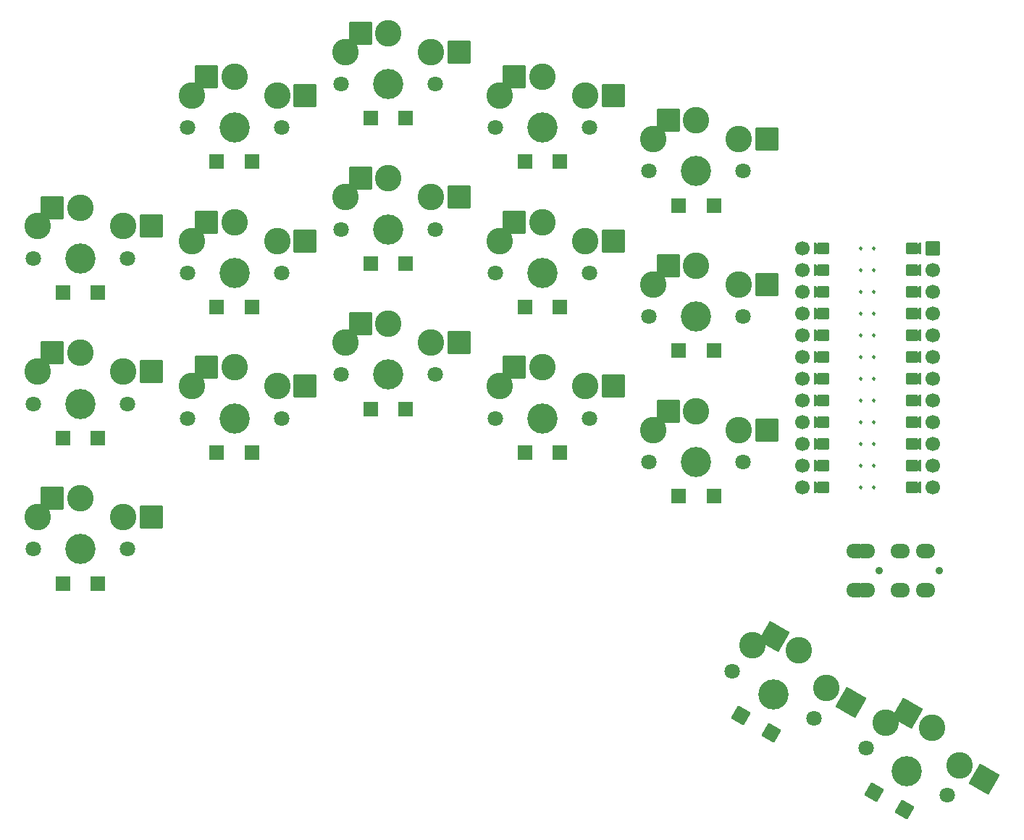
<source format=gbr>
%TF.GenerationSoftware,KiCad,Pcbnew,(6.0.6-1)-1*%
%TF.CreationDate,2022-08-23T15:24:18-05:00*%
%TF.ProjectId,smcboard,736d6362-6f61-4726-942e-6b696361645f,v1.0.0*%
%TF.SameCoordinates,Original*%
%TF.FileFunction,Soldermask,Bot*%
%TF.FilePolarity,Negative*%
%FSLAX46Y46*%
G04 Gerber Fmt 4.6, Leading zero omitted, Abs format (unit mm)*
G04 Created by KiCad (PCBNEW (6.0.6-1)-1) date 2022-08-23 15:24:18*
%MOMM*%
%LPD*%
G01*
G04 APERTURE LIST*
G04 Aperture macros list*
%AMRoundRect*
0 Rectangle with rounded corners*
0 $1 Rounding radius*
0 $2 $3 $4 $5 $6 $7 $8 $9 X,Y pos of 4 corners*
0 Add a 4 corners polygon primitive as box body*
4,1,4,$2,$3,$4,$5,$6,$7,$8,$9,$2,$3,0*
0 Add four circle primitives for the rounded corners*
1,1,$1+$1,$2,$3*
1,1,$1+$1,$4,$5*
1,1,$1+$1,$6,$7*
1,1,$1+$1,$8,$9*
0 Add four rect primitives between the rounded corners*
20,1,$1+$1,$2,$3,$4,$5,0*
20,1,$1+$1,$4,$5,$6,$7,0*
20,1,$1+$1,$6,$7,$8,$9,0*
20,1,$1+$1,$8,$9,$2,$3,0*%
%AMFreePoly0*
4,1,14,0.635355,0.435355,0.650000,0.400000,0.650000,0.200000,0.635355,0.164645,0.035355,-0.435355,0.000000,-0.450000,-0.035355,-0.435355,-0.635355,0.164645,-0.650000,0.200000,-0.650000,0.400000,-0.635355,0.435355,-0.600000,0.450000,0.600000,0.450000,0.635355,0.435355,0.635355,0.435355,$1*%
%AMFreePoly1*
4,1,16,0.635355,1.035355,0.650000,1.000000,0.650000,-0.250000,0.635355,-0.285355,0.600000,-0.300000,-0.600000,-0.300000,-0.635355,-0.285355,-0.650000,-0.250000,-0.650000,1.000000,-0.635355,1.035355,-0.600000,1.050000,-0.564645,1.035355,0.000000,0.470710,0.564645,1.035355,0.600000,1.050000,0.635355,1.035355,0.635355,1.035355,$1*%
G04 Aperture macros list end*
%ADD10C,0.250000*%
%ADD11C,0.100000*%
%ADD12RoundRect,0.050000X0.825000X0.825000X-0.825000X0.825000X-0.825000X-0.825000X0.825000X-0.825000X0*%
%ADD13RoundRect,0.050000X-0.825000X-0.825000X0.825000X-0.825000X0.825000X0.825000X-0.825000X0.825000X0*%
%ADD14C,3.100000*%
%ADD15C,1.801800*%
%ADD16C,3.529000*%
%ADD17RoundRect,0.050000X-1.775833X-0.475833X0.475833X-1.775833X1.775833X0.475833X-0.475833X1.775833X0*%
%ADD18RoundRect,0.050000X1.126971X0.301971X-0.301971X1.126971X-1.126971X-0.301971X0.301971X-1.126971X0*%
%ADD19RoundRect,0.050000X-1.126971X-0.301971X0.301971X-1.126971X1.126971X0.301971X-0.301971X1.126971X0*%
%ADD20RoundRect,0.050000X-1.300000X-1.300000X1.300000X-1.300000X1.300000X1.300000X-1.300000X1.300000X0*%
%ADD21C,0.900000*%
%ADD22O,2.300000X1.700000*%
%ADD23FreePoly0,270.000000*%
%ADD24C,1.700000*%
%ADD25FreePoly0,90.000000*%
%ADD26RoundRect,0.050000X-0.800000X0.800000X-0.800000X-0.800000X0.800000X-0.800000X0.800000X0.800000X0*%
%ADD27FreePoly1,90.000000*%
%ADD28FreePoly1,270.000000*%
G04 APERTURE END LIST*
D10*
%TO.C,MCU1*%
X167387000Y-84780000D02*
G75*
G03*
X167387000Y-84780000I-125000J0D01*
G01*
X167387000Y-72080000D02*
G75*
G03*
X167387000Y-72080000I-125000J0D01*
G01*
X165863000Y-84780000D02*
G75*
G03*
X165863000Y-84780000I-125000J0D01*
G01*
X167387000Y-64460000D02*
G75*
G03*
X167387000Y-64460000I-125000J0D01*
G01*
X167387000Y-69540000D02*
G75*
G03*
X167387000Y-69540000I-125000J0D01*
G01*
X167387000Y-77160000D02*
G75*
G03*
X167387000Y-77160000I-125000J0D01*
G01*
X167387000Y-79700000D02*
G75*
G03*
X167387000Y-79700000I-125000J0D01*
G01*
X165863000Y-59380000D02*
G75*
G03*
X165863000Y-59380000I-125000J0D01*
G01*
X165863000Y-72080000D02*
G75*
G03*
X165863000Y-72080000I-125000J0D01*
G01*
X167387000Y-59380000D02*
G75*
G03*
X167387000Y-59380000I-125000J0D01*
G01*
X167387000Y-74620000D02*
G75*
G03*
X167387000Y-74620000I-125000J0D01*
G01*
X165863000Y-61920000D02*
G75*
G03*
X165863000Y-61920000I-125000J0D01*
G01*
X165863000Y-79700000D02*
G75*
G03*
X165863000Y-79700000I-125000J0D01*
G01*
X165863000Y-74620000D02*
G75*
G03*
X165863000Y-74620000I-125000J0D01*
G01*
X165863000Y-67000000D02*
G75*
G03*
X165863000Y-67000000I-125000J0D01*
G01*
X165863000Y-69540000D02*
G75*
G03*
X165863000Y-69540000I-125000J0D01*
G01*
X165863000Y-77160000D02*
G75*
G03*
X165863000Y-77160000I-125000J0D01*
G01*
X167387000Y-82240000D02*
G75*
G03*
X167387000Y-82240000I-125000J0D01*
G01*
X167387000Y-61920000D02*
G75*
G03*
X167387000Y-61920000I-125000J0D01*
G01*
X165863000Y-64460000D02*
G75*
G03*
X165863000Y-64460000I-125000J0D01*
G01*
X165863000Y-87320000D02*
G75*
G03*
X165863000Y-87320000I-125000J0D01*
G01*
X167387000Y-87320000D02*
G75*
G03*
X167387000Y-87320000I-125000J0D01*
G01*
X167387000Y-67000000D02*
G75*
G03*
X167387000Y-67000000I-125000J0D01*
G01*
X165863000Y-82240000D02*
G75*
G03*
X165863000Y-82240000I-125000J0D01*
G01*
G36*
X161420000Y-64968000D02*
G01*
X160404000Y-64968000D01*
X160404000Y-63952000D01*
X161420000Y-63952000D01*
X161420000Y-64968000D01*
G37*
D11*
X161420000Y-64968000D02*
X160404000Y-64968000D01*
X160404000Y-63952000D01*
X161420000Y-63952000D01*
X161420000Y-64968000D01*
G36*
X172596000Y-70048000D02*
G01*
X171580000Y-70048000D01*
X171580000Y-69032000D01*
X172596000Y-69032000D01*
X172596000Y-70048000D01*
G37*
X172596000Y-70048000D02*
X171580000Y-70048000D01*
X171580000Y-69032000D01*
X172596000Y-69032000D01*
X172596000Y-70048000D01*
G36*
X172596000Y-67508000D02*
G01*
X171580000Y-67508000D01*
X171580000Y-66492000D01*
X172596000Y-66492000D01*
X172596000Y-67508000D01*
G37*
X172596000Y-67508000D02*
X171580000Y-67508000D01*
X171580000Y-66492000D01*
X172596000Y-66492000D01*
X172596000Y-67508000D01*
G36*
X161420000Y-72588000D02*
G01*
X160404000Y-72588000D01*
X160404000Y-71572000D01*
X161420000Y-71572000D01*
X161420000Y-72588000D01*
G37*
X161420000Y-72588000D02*
X160404000Y-72588000D01*
X160404000Y-71572000D01*
X161420000Y-71572000D01*
X161420000Y-72588000D01*
G36*
X172596000Y-82748000D02*
G01*
X171580000Y-82748000D01*
X171580000Y-81732000D01*
X172596000Y-81732000D01*
X172596000Y-82748000D01*
G37*
X172596000Y-82748000D02*
X171580000Y-82748000D01*
X171580000Y-81732000D01*
X172596000Y-81732000D01*
X172596000Y-82748000D01*
G36*
X161420000Y-59888000D02*
G01*
X160404000Y-59888000D01*
X160404000Y-58872000D01*
X161420000Y-58872000D01*
X161420000Y-59888000D01*
G37*
X161420000Y-59888000D02*
X160404000Y-59888000D01*
X160404000Y-58872000D01*
X161420000Y-58872000D01*
X161420000Y-59888000D01*
G36*
X172596000Y-85288000D02*
G01*
X171580000Y-85288000D01*
X171580000Y-84272000D01*
X172596000Y-84272000D01*
X172596000Y-85288000D01*
G37*
X172596000Y-85288000D02*
X171580000Y-85288000D01*
X171580000Y-84272000D01*
X172596000Y-84272000D01*
X172596000Y-85288000D01*
G36*
X172596000Y-62428000D02*
G01*
X171580000Y-62428000D01*
X171580000Y-61412000D01*
X172596000Y-61412000D01*
X172596000Y-62428000D01*
G37*
X172596000Y-62428000D02*
X171580000Y-62428000D01*
X171580000Y-61412000D01*
X172596000Y-61412000D01*
X172596000Y-62428000D01*
G36*
X161420000Y-62428000D02*
G01*
X160404000Y-62428000D01*
X160404000Y-61412000D01*
X161420000Y-61412000D01*
X161420000Y-62428000D01*
G37*
X161420000Y-62428000D02*
X160404000Y-62428000D01*
X160404000Y-61412000D01*
X161420000Y-61412000D01*
X161420000Y-62428000D01*
G36*
X161420000Y-70048000D02*
G01*
X160404000Y-70048000D01*
X160404000Y-69032000D01*
X161420000Y-69032000D01*
X161420000Y-70048000D01*
G37*
X161420000Y-70048000D02*
X160404000Y-70048000D01*
X160404000Y-69032000D01*
X161420000Y-69032000D01*
X161420000Y-70048000D01*
G36*
X172596000Y-72588000D02*
G01*
X171580000Y-72588000D01*
X171580000Y-71572000D01*
X172596000Y-71572000D01*
X172596000Y-72588000D01*
G37*
X172596000Y-72588000D02*
X171580000Y-72588000D01*
X171580000Y-71572000D01*
X172596000Y-71572000D01*
X172596000Y-72588000D01*
G36*
X161420000Y-75128000D02*
G01*
X160404000Y-75128000D01*
X160404000Y-74112000D01*
X161420000Y-74112000D01*
X161420000Y-75128000D01*
G37*
X161420000Y-75128000D02*
X160404000Y-75128000D01*
X160404000Y-74112000D01*
X161420000Y-74112000D01*
X161420000Y-75128000D01*
G36*
X161420000Y-67508000D02*
G01*
X160404000Y-67508000D01*
X160404000Y-66492000D01*
X161420000Y-66492000D01*
X161420000Y-67508000D01*
G37*
X161420000Y-67508000D02*
X160404000Y-67508000D01*
X160404000Y-66492000D01*
X161420000Y-66492000D01*
X161420000Y-67508000D01*
G36*
X172596000Y-80208000D02*
G01*
X171580000Y-80208000D01*
X171580000Y-79192000D01*
X172596000Y-79192000D01*
X172596000Y-80208000D01*
G37*
X172596000Y-80208000D02*
X171580000Y-80208000D01*
X171580000Y-79192000D01*
X172596000Y-79192000D01*
X172596000Y-80208000D01*
G36*
X161420000Y-80208000D02*
G01*
X160404000Y-80208000D01*
X160404000Y-79192000D01*
X161420000Y-79192000D01*
X161420000Y-80208000D01*
G37*
X161420000Y-80208000D02*
X160404000Y-80208000D01*
X160404000Y-79192000D01*
X161420000Y-79192000D01*
X161420000Y-80208000D01*
G36*
X161420000Y-87828000D02*
G01*
X160404000Y-87828000D01*
X160404000Y-86812000D01*
X161420000Y-86812000D01*
X161420000Y-87828000D01*
G37*
X161420000Y-87828000D02*
X160404000Y-87828000D01*
X160404000Y-86812000D01*
X161420000Y-86812000D01*
X161420000Y-87828000D01*
G36*
X161420000Y-85288000D02*
G01*
X160404000Y-85288000D01*
X160404000Y-84272000D01*
X161420000Y-84272000D01*
X161420000Y-85288000D01*
G37*
X161420000Y-85288000D02*
X160404000Y-85288000D01*
X160404000Y-84272000D01*
X161420000Y-84272000D01*
X161420000Y-85288000D01*
G36*
X172596000Y-87828000D02*
G01*
X171580000Y-87828000D01*
X171580000Y-86812000D01*
X172596000Y-86812000D01*
X172596000Y-87828000D01*
G37*
X172596000Y-87828000D02*
X171580000Y-87828000D01*
X171580000Y-86812000D01*
X172596000Y-86812000D01*
X172596000Y-87828000D01*
G36*
X172596000Y-64968000D02*
G01*
X171580000Y-64968000D01*
X171580000Y-63952000D01*
X172596000Y-63952000D01*
X172596000Y-64968000D01*
G37*
X172596000Y-64968000D02*
X171580000Y-64968000D01*
X171580000Y-63952000D01*
X172596000Y-63952000D01*
X172596000Y-64968000D01*
G36*
X172596000Y-75128000D02*
G01*
X171580000Y-75128000D01*
X171580000Y-74112000D01*
X172596000Y-74112000D01*
X172596000Y-75128000D01*
G37*
X172596000Y-75128000D02*
X171580000Y-75128000D01*
X171580000Y-74112000D01*
X172596000Y-74112000D01*
X172596000Y-75128000D01*
G36*
X172596000Y-59888000D02*
G01*
X171580000Y-59888000D01*
X171580000Y-58872000D01*
X172596000Y-58872000D01*
X172596000Y-59888000D01*
G37*
X172596000Y-59888000D02*
X171580000Y-59888000D01*
X171580000Y-58872000D01*
X172596000Y-58872000D01*
X172596000Y-59888000D01*
G36*
X161420000Y-82748000D02*
G01*
X160404000Y-82748000D01*
X160404000Y-81732000D01*
X161420000Y-81732000D01*
X161420000Y-82748000D01*
G37*
X161420000Y-82748000D02*
X160404000Y-82748000D01*
X160404000Y-81732000D01*
X161420000Y-81732000D01*
X161420000Y-82748000D01*
G36*
X172596000Y-77668000D02*
G01*
X171580000Y-77668000D01*
X171580000Y-76652000D01*
X172596000Y-76652000D01*
X172596000Y-77668000D01*
G37*
X172596000Y-77668000D02*
X171580000Y-77668000D01*
X171580000Y-76652000D01*
X172596000Y-76652000D01*
X172596000Y-77668000D01*
G36*
X161420000Y-77668000D02*
G01*
X160404000Y-77668000D01*
X160404000Y-76652000D01*
X161420000Y-76652000D01*
X161420000Y-77668000D01*
G37*
X161420000Y-77668000D02*
X160404000Y-77668000D01*
X160404000Y-76652000D01*
X161420000Y-76652000D01*
X161420000Y-77668000D01*
%TD*%
D12*
%TO.C,D6*%
X90450000Y-49250000D03*
D13*
X94550000Y-49250000D03*
%TD*%
D14*
%TO.C,S16*%
X161705127Y-110802405D03*
X153044873Y-105802405D03*
X158475000Y-106397149D03*
D15*
X150736860Y-108800000D03*
D14*
X158475000Y-106397149D03*
D16*
X155500000Y-111550000D03*
D15*
X160263140Y-114300000D03*
D17*
X155638767Y-104759649D03*
X164541360Y-112439905D03*
%TD*%
D12*
%TO.C,D14*%
X144450000Y-71350000D03*
D13*
X148550000Y-71350000D03*
%TD*%
D18*
%TO.C,D17*%
X167313104Y-122989102D03*
D19*
X170863810Y-125039102D03*
%TD*%
D15*
%TO.C,S9*%
X116000000Y-40150000D03*
X105000000Y-40150000D03*
D16*
X110500000Y-40150000D03*
D14*
X115500000Y-36400000D03*
X110500000Y-34200000D03*
X110500000Y-34200000D03*
X105500000Y-36400000D03*
D20*
X107225000Y-34200000D03*
X118775000Y-36400000D03*
%TD*%
D14*
%TO.C,S15*%
X146500000Y-44400000D03*
D15*
X152000000Y-50350000D03*
D14*
X141500000Y-46600000D03*
X151500000Y-46600000D03*
D15*
X141000000Y-50350000D03*
D16*
X146500000Y-50350000D03*
D14*
X146500000Y-44400000D03*
D20*
X143225000Y-44400000D03*
X154775000Y-46600000D03*
%TD*%
D12*
%TO.C,D12*%
X126450000Y-49250000D03*
D13*
X130550000Y-49250000D03*
%TD*%
D12*
%TO.C,D5*%
X90450000Y-66250000D03*
D13*
X94550000Y-66250000D03*
%TD*%
D21*
%TO.C,REF\u002A\u002A*%
X167900000Y-97050000D03*
X174900000Y-97050000D03*
D22*
X165200000Y-99350000D03*
X165200000Y-94750000D03*
X166300000Y-99350000D03*
X166300000Y-94750000D03*
X170300000Y-94750000D03*
X170300000Y-99350000D03*
X173300000Y-94750000D03*
X173300000Y-99350000D03*
%TD*%
D12*
%TO.C,D2*%
X72450000Y-81550000D03*
D13*
X76550000Y-81550000D03*
%TD*%
D15*
%TO.C,S3*%
X69000000Y-60550000D03*
D14*
X79500000Y-56800000D03*
X74500000Y-54600000D03*
D15*
X80000000Y-60550000D03*
D14*
X69500000Y-56800000D03*
D16*
X74500000Y-60550000D03*
D14*
X74500000Y-54600000D03*
D20*
X71225000Y-54600000D03*
X82775000Y-56800000D03*
%TD*%
D12*
%TO.C,D9*%
X108450000Y-44150000D03*
D13*
X112550000Y-44150000D03*
%TD*%
D14*
%TO.C,S13*%
X146500000Y-78400000D03*
D15*
X152000000Y-84350000D03*
D14*
X151500000Y-80600000D03*
D15*
X141000000Y-84350000D03*
D14*
X141500000Y-80600000D03*
D16*
X146500000Y-84350000D03*
D14*
X146500000Y-78400000D03*
D20*
X143225000Y-78400000D03*
X154775000Y-80600000D03*
%TD*%
D18*
%TO.C,D16*%
X151724647Y-113989102D03*
D19*
X155275353Y-116039102D03*
%TD*%
D12*
%TO.C,D13*%
X144450000Y-88350000D03*
D13*
X148550000Y-88350000D03*
%TD*%
D14*
%TO.C,S14*%
X141500000Y-63600000D03*
X146500000Y-61400000D03*
D15*
X152000000Y-67350000D03*
D16*
X146500000Y-67350000D03*
D14*
X146500000Y-61400000D03*
D15*
X141000000Y-67350000D03*
D14*
X151500000Y-63600000D03*
D20*
X143225000Y-61400000D03*
X154775000Y-63600000D03*
%TD*%
D12*
%TO.C,D10*%
X126450000Y-83250000D03*
D13*
X130550000Y-83250000D03*
%TD*%
D23*
%TO.C,MCU1*%
X172342000Y-77160000D03*
D24*
X158880000Y-74620000D03*
D23*
X172342000Y-61920000D03*
X172342000Y-64460000D03*
D24*
X174120000Y-74620000D03*
D23*
X172342000Y-87320000D03*
D25*
X160658000Y-87320000D03*
D24*
X158880000Y-79700000D03*
D25*
X160658000Y-69540000D03*
D23*
X172342000Y-74620000D03*
D24*
X158880000Y-77160000D03*
D25*
X160658000Y-84780000D03*
D23*
X172342000Y-69540000D03*
D24*
X174120000Y-59380000D03*
X158880000Y-64460000D03*
X158880000Y-87320000D03*
X158880000Y-82240000D03*
X174120000Y-84780000D03*
X174120000Y-82240000D03*
X158880000Y-59380000D03*
X174120000Y-61920000D03*
D26*
X174120000Y-59380000D03*
D24*
X174120000Y-64460000D03*
D23*
X172342000Y-79700000D03*
D25*
X160658000Y-64460000D03*
D23*
X172342000Y-72080000D03*
D25*
X160658000Y-59380000D03*
X160658000Y-79700000D03*
D24*
X158880000Y-84780000D03*
X174120000Y-87320000D03*
D25*
X160658000Y-61920000D03*
D23*
X172342000Y-82240000D03*
X172342000Y-84780000D03*
D24*
X158880000Y-67000000D03*
X158880000Y-61920000D03*
D25*
X160658000Y-82240000D03*
X160658000Y-72080000D03*
X160658000Y-74620000D03*
D24*
X158880000Y-72080000D03*
X174120000Y-72080000D03*
X174120000Y-69540000D03*
D25*
X160658000Y-67000000D03*
D24*
X174120000Y-77160000D03*
X174120000Y-79700000D03*
D25*
X160658000Y-77160000D03*
D23*
X172342000Y-67000000D03*
X172342000Y-59380000D03*
D24*
X174120000Y-67000000D03*
X158880000Y-69540000D03*
D27*
X161674000Y-59380000D03*
X161674000Y-61920000D03*
X161674000Y-64460000D03*
X161674000Y-67000000D03*
X161674000Y-69540000D03*
X161674000Y-72080000D03*
X161674000Y-74620000D03*
X161674000Y-77160000D03*
X161674000Y-79700000D03*
X161674000Y-82240000D03*
X161674000Y-84780000D03*
X161674000Y-87320000D03*
D28*
X171326000Y-87320000D03*
X171326000Y-84780000D03*
X171326000Y-82240000D03*
X171326000Y-79700000D03*
X171326000Y-77160000D03*
X171326000Y-74620000D03*
X171326000Y-72080000D03*
X171326000Y-69540000D03*
X171326000Y-67000000D03*
X171326000Y-64460000D03*
X171326000Y-61920000D03*
X171326000Y-59380000D03*
%TD*%
D16*
%TO.C,S7*%
X110500000Y-74150000D03*
D14*
X105500000Y-70400000D03*
D15*
X105000000Y-74150000D03*
D14*
X110500000Y-68200000D03*
D15*
X116000000Y-74150000D03*
D14*
X110500000Y-68200000D03*
X115500000Y-70400000D03*
D20*
X107225000Y-68200000D03*
X118775000Y-70400000D03*
%TD*%
D12*
%TO.C,D7*%
X108450000Y-78150000D03*
D13*
X112550000Y-78150000D03*
%TD*%
D14*
%TO.C,S12*%
X133500000Y-41500000D03*
X123500000Y-41500000D03*
D16*
X128500000Y-45250000D03*
D14*
X128500000Y-39300000D03*
D15*
X134000000Y-45250000D03*
X123000000Y-45250000D03*
D14*
X128500000Y-39300000D03*
D20*
X125225000Y-39300000D03*
X136775000Y-41500000D03*
%TD*%
D14*
%TO.C,S6*%
X87500000Y-41500000D03*
D15*
X87000000Y-45250000D03*
X98000000Y-45250000D03*
D14*
X92500000Y-39300000D03*
D16*
X92500000Y-45250000D03*
D14*
X92500000Y-39300000D03*
X97500000Y-41500000D03*
D20*
X89225000Y-39300000D03*
X100775000Y-41500000D03*
%TD*%
D14*
%TO.C,S5*%
X92500000Y-56300000D03*
D16*
X92500000Y-62250000D03*
D14*
X87500000Y-58500000D03*
X92500000Y-56300000D03*
D15*
X98000000Y-62250000D03*
X87000000Y-62250000D03*
D14*
X97500000Y-58500000D03*
D20*
X89225000Y-56300000D03*
X100775000Y-58500000D03*
%TD*%
D14*
%TO.C,S2*%
X74500000Y-71600000D03*
X79500000Y-73800000D03*
X69500000Y-73800000D03*
D16*
X74500000Y-77550000D03*
D15*
X69000000Y-77550000D03*
D14*
X74500000Y-71600000D03*
D15*
X80000000Y-77550000D03*
D20*
X71225000Y-71600000D03*
X82775000Y-73800000D03*
%TD*%
D12*
%TO.C,D15*%
X144450000Y-54350000D03*
D13*
X148550000Y-54350000D03*
%TD*%
D14*
%TO.C,S1*%
X79500000Y-90800000D03*
X69500000Y-90800000D03*
D15*
X69000000Y-94550000D03*
D14*
X74500000Y-88600000D03*
D15*
X80000000Y-94550000D03*
D14*
X74500000Y-88600000D03*
D16*
X74500000Y-94550000D03*
D20*
X71225000Y-88600000D03*
X82775000Y-90800000D03*
%TD*%
D14*
%TO.C,S8*%
X105500000Y-53400000D03*
X115500000Y-53400000D03*
D16*
X110500000Y-57150000D03*
D15*
X116000000Y-57150000D03*
D14*
X110500000Y-51200000D03*
D15*
X105000000Y-57150000D03*
D14*
X110500000Y-51200000D03*
D20*
X107225000Y-51200000D03*
X118775000Y-53400000D03*
%TD*%
D14*
%TO.C,S4*%
X87500000Y-75500000D03*
D16*
X92500000Y-79250000D03*
D15*
X98000000Y-79250000D03*
X87000000Y-79250000D03*
D14*
X92500000Y-73300000D03*
X97500000Y-75500000D03*
X92500000Y-73300000D03*
D20*
X89225000Y-73300000D03*
X100775000Y-75500000D03*
%TD*%
D12*
%TO.C,D11*%
X126450000Y-66250000D03*
D13*
X130550000Y-66250000D03*
%TD*%
D12*
%TO.C,D4*%
X90450000Y-83250000D03*
D13*
X94550000Y-83250000D03*
%TD*%
D14*
%TO.C,S11*%
X133500000Y-58500000D03*
X128500000Y-56300000D03*
X123500000Y-58500000D03*
X128500000Y-56300000D03*
D16*
X128500000Y-62250000D03*
D15*
X134000000Y-62250000D03*
X123000000Y-62250000D03*
D20*
X125225000Y-56300000D03*
X136775000Y-58500000D03*
%TD*%
D12*
%TO.C,D3*%
X72450000Y-64550000D03*
D13*
X76550000Y-64550000D03*
%TD*%
D16*
%TO.C,S10*%
X128500000Y-79250000D03*
D14*
X128500000Y-73300000D03*
X123500000Y-75500000D03*
D15*
X134000000Y-79250000D03*
D14*
X128500000Y-73300000D03*
D15*
X123000000Y-79250000D03*
D14*
X133500000Y-75500000D03*
D20*
X125225000Y-73300000D03*
X136775000Y-75500000D03*
%TD*%
D14*
%TO.C,S17*%
X177293584Y-119802405D03*
X174063457Y-115397149D03*
X174063457Y-115397149D03*
D15*
X175851597Y-123300000D03*
D14*
X168633330Y-114802405D03*
D16*
X171088457Y-120550000D03*
D15*
X166325317Y-117800000D03*
D17*
X171227224Y-113759649D03*
X180129817Y-121439905D03*
%TD*%
D12*
%TO.C,D8*%
X108450000Y-61150000D03*
D13*
X112550000Y-61150000D03*
%TD*%
D12*
%TO.C,D1*%
X72450000Y-98550000D03*
D13*
X76550000Y-98550000D03*
%TD*%
M02*

</source>
